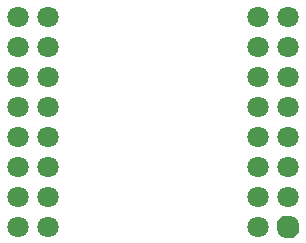
<source format=gbr>
%TF.GenerationSoftware,KiCad,Pcbnew,(6.0.1)*%
%TF.CreationDate,2022-11-17T23:17:31+08:00*%
%TF.ProjectId,ESP32_Adapter,45535033-325f-4416-9461-707465722e6b,rev?*%
%TF.SameCoordinates,Original*%
%TF.FileFunction,Soldermask,Bot*%
%TF.FilePolarity,Negative*%
%FSLAX46Y46*%
G04 Gerber Fmt 4.6, Leading zero omitted, Abs format (unit mm)*
G04 Created by KiCad (PCBNEW (6.0.1)) date 2022-11-17 23:17:31*
%MOMM*%
%LPD*%
G01*
G04 APERTURE LIST*
G04 Aperture macros list*
%AMFreePoly0*
4,1,37,0.261526,0.899572,0.415523,0.879298,0.428131,0.875920,0.571634,0.816479,0.582938,0.809953,0.706167,0.715397,0.715397,0.706167,0.809953,0.582938,0.816479,0.571634,0.875920,0.428131,0.879298,0.415523,0.899572,0.261526,0.900000,0.255000,0.900000,-0.510000,0.885355,-0.545355,0.545355,-0.885355,0.510000,-0.900000,-0.255000,-0.900000,-0.261526,-0.899572,-0.415523,-0.879298,
-0.428131,-0.875920,-0.571634,-0.816479,-0.582938,-0.809953,-0.706167,-0.715397,-0.715397,-0.706167,-0.809953,-0.582938,-0.816479,-0.571634,-0.875920,-0.428131,-0.879298,-0.415523,-0.899572,-0.261526,-0.900000,-0.255000,-0.900000,0.510000,-0.885355,0.545355,-0.545355,0.885355,-0.510000,0.900000,0.255000,0.900000,0.261526,0.899572,0.261526,0.899572,$1*%
G04 Aperture macros list end*
%ADD10FreePoly0,180.000000*%
%ADD11C,1.800000*%
G04 APERTURE END LIST*
D10*
%TO.C,S2m1*%
X115824000Y-90002000D03*
D11*
X115824000Y-87462000D03*
X115824000Y-84922000D03*
X115824000Y-82382000D03*
X115824000Y-79842000D03*
X115824000Y-77302000D03*
X115824000Y-74762000D03*
X115824000Y-72222000D03*
X92964000Y-72222000D03*
X92964000Y-74762000D03*
X92964000Y-77302000D03*
X92964000Y-79842000D03*
X92964000Y-82382000D03*
X92964000Y-84922000D03*
X92964000Y-87462000D03*
X92964000Y-90002000D03*
X113284000Y-90002000D03*
X113284000Y-87462000D03*
X113284000Y-84922000D03*
X113284000Y-82382000D03*
X113284000Y-79842000D03*
X113284000Y-77302000D03*
X113284000Y-74762000D03*
X113284000Y-72222000D03*
X95504000Y-72222000D03*
X95504000Y-74762000D03*
X95504000Y-77302000D03*
X95504000Y-79842000D03*
X95504000Y-82382000D03*
X95504000Y-84922000D03*
X95504000Y-87462000D03*
X95504000Y-90002000D03*
%TD*%
M02*

</source>
